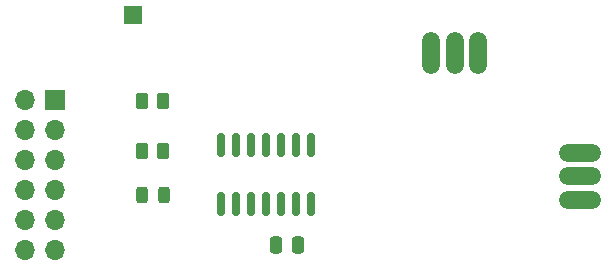
<source format=gbr>
%TF.GenerationSoftware,KiCad,Pcbnew,7.0.5*%
%TF.CreationDate,2023-07-06T17:03:01+08:00*%
%TF.ProjectId,GameRockerShaft,47616d65-526f-4636-9b65-725368616674,rev?*%
%TF.SameCoordinates,Original*%
%TF.FileFunction,Soldermask,Top*%
%TF.FilePolarity,Negative*%
%FSLAX46Y46*%
G04 Gerber Fmt 4.6, Leading zero omitted, Abs format (unit mm)*
G04 Created by KiCad (PCBNEW 7.0.5) date 2023-07-06 17:03:01*
%MOMM*%
%LPD*%
G01*
G04 APERTURE LIST*
G04 Aperture macros list*
%AMRoundRect*
0 Rectangle with rounded corners*
0 $1 Rounding radius*
0 $2 $3 $4 $5 $6 $7 $8 $9 X,Y pos of 4 corners*
0 Add a 4 corners polygon primitive as box body*
4,1,4,$2,$3,$4,$5,$6,$7,$8,$9,$2,$3,0*
0 Add four circle primitives for the rounded corners*
1,1,$1+$1,$2,$3*
1,1,$1+$1,$4,$5*
1,1,$1+$1,$6,$7*
1,1,$1+$1,$8,$9*
0 Add four rect primitives between the rounded corners*
20,1,$1+$1,$2,$3,$4,$5,0*
20,1,$1+$1,$4,$5,$6,$7,0*
20,1,$1+$1,$6,$7,$8,$9,0*
20,1,$1+$1,$8,$9,$2,$3,0*%
G04 Aperture macros list end*
%ADD10RoundRect,0.150000X-0.150000X0.825000X-0.150000X-0.825000X0.150000X-0.825000X0.150000X0.825000X0*%
%ADD11O,1.500000X3.600000*%
%ADD12O,3.600000X1.500000*%
%ADD13RoundRect,0.250000X0.250000X0.475000X-0.250000X0.475000X-0.250000X-0.475000X0.250000X-0.475000X0*%
%ADD14R,1.500000X1.500000*%
%ADD15R,1.700000X1.700000*%
%ADD16O,1.700000X1.700000*%
%ADD17RoundRect,0.250000X-0.262500X-0.450000X0.262500X-0.450000X0.262500X0.450000X-0.262500X0.450000X0*%
%ADD18RoundRect,0.243750X-0.243750X-0.456250X0.243750X-0.456250X0.243750X0.456250X-0.243750X0.456250X0*%
%ADD19RoundRect,0.250000X0.262500X0.450000X-0.262500X0.450000X-0.262500X-0.450000X0.262500X-0.450000X0*%
G04 APERTURE END LIST*
D10*
%TO.C,U1*%
X104285000Y-89795000D03*
X103015000Y-89795000D03*
X101745000Y-89795000D03*
X100475000Y-89795000D03*
X99205000Y-89795000D03*
X97935000Y-89795000D03*
X96665000Y-89795000D03*
X96665000Y-94745000D03*
X97935000Y-94745000D03*
X99205000Y-94745000D03*
X100475000Y-94745000D03*
X101745000Y-94745000D03*
X103015000Y-94745000D03*
X104285000Y-94745000D03*
%TD*%
D11*
%TO.C,J2*%
X114500000Y-81950000D03*
X116500000Y-81950000D03*
X118500000Y-81950000D03*
D12*
X127075000Y-94400000D03*
X127075000Y-92400000D03*
X127075000Y-90400000D03*
%TD*%
D13*
%TO.C,C1*%
X103250000Y-98250000D03*
X101350000Y-98250000D03*
%TD*%
D14*
%TO.C,TP1*%
X89250000Y-78750000D03*
%TD*%
D15*
%TO.C,J1*%
X82625000Y-85920000D03*
D16*
X80085000Y-85920000D03*
X82625000Y-88460000D03*
X80085000Y-88460000D03*
X82625000Y-91000000D03*
X80085000Y-91000000D03*
X82625000Y-93540000D03*
X80085000Y-93540000D03*
X82625000Y-96080000D03*
X80085000Y-96080000D03*
X82625000Y-98620000D03*
X80085000Y-98620000D03*
%TD*%
D17*
%TO.C,R1*%
X90000000Y-86000000D03*
X91825000Y-86000000D03*
%TD*%
D18*
%TO.C,D1*%
X89995000Y-94000000D03*
X91870000Y-94000000D03*
%TD*%
D19*
%TO.C,R2*%
X91825000Y-90293333D03*
X90000000Y-90293333D03*
%TD*%
M02*

</source>
